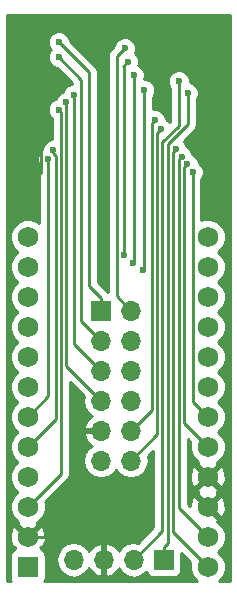
<source format=gbr>
G04 #@! TF.FileFunction,Copper,L2,Bot,Signal*
%FSLAX46Y46*%
G04 Gerber Fmt 4.6, Leading zero omitted, Abs format (unit mm)*
G04 Created by KiCad (PCBNEW 4.0.7) date 05/30/18 17:56:51*
%MOMM*%
%LPD*%
G01*
G04 APERTURE LIST*
%ADD10C,0.100000*%
%ADD11R,1.752600X1.752600*%
%ADD12C,1.752600*%
%ADD13R,1.700000X1.700000*%
%ADD14O,1.700000X1.700000*%
%ADD15C,0.600000*%
%ADD16C,0.250000*%
%ADD17C,0.254000*%
G04 APERTURE END LIST*
D10*
D11*
X140881100Y-117449600D03*
D12*
X140881100Y-114909600D03*
X140881100Y-112369600D03*
X140881100Y-109829600D03*
X140881100Y-107289600D03*
X140881100Y-104749600D03*
X140881100Y-102209600D03*
X140881100Y-99669600D03*
X140881100Y-97129600D03*
X140881100Y-94589600D03*
X140881100Y-92049600D03*
X140881100Y-89509600D03*
X156121100Y-89509600D03*
X156121100Y-92049600D03*
X156121100Y-94589600D03*
X156121100Y-97129600D03*
X156121100Y-99669600D03*
X156121100Y-102209600D03*
X156121100Y-104749600D03*
X156121100Y-107289600D03*
X156121100Y-109829600D03*
X156121100Y-112369600D03*
X156121100Y-114909600D03*
X156121100Y-117449600D03*
D13*
X147066000Y-95758000D03*
D14*
X149606000Y-95758000D03*
X147066000Y-98298000D03*
X149606000Y-98298000D03*
X147066000Y-100838000D03*
X149606000Y-100838000D03*
X147066000Y-103378000D03*
X149606000Y-103378000D03*
X147066000Y-105918000D03*
X149606000Y-105918000D03*
X147066000Y-108458000D03*
X149606000Y-108458000D03*
D13*
X152400000Y-116840000D03*
D14*
X149860000Y-116840000D03*
X147320000Y-116840000D03*
X144780000Y-116840000D03*
D15*
X154432000Y-77343000D03*
X153670000Y-76327000D03*
X141986000Y-72136000D03*
X141605000Y-84455000D03*
X153423537Y-82071207D03*
X152146000Y-80391000D03*
X144780000Y-77470000D03*
X144145000Y-78105000D03*
X143510000Y-78740000D03*
X143011990Y-82169000D03*
X143510000Y-73025000D03*
X142611010Y-82931000D03*
X143510000Y-74295000D03*
X149030021Y-91059000D03*
X149352000Y-74676000D03*
X154832867Y-84009983D03*
X154408449Y-83331832D03*
X153904513Y-82710489D03*
X151638000Y-79629000D03*
X150622008Y-92329000D03*
X150749000Y-77089000D03*
X149770999Y-91689417D03*
X149860000Y-75819000D03*
X149098000Y-73533000D03*
D16*
X152400000Y-116840000D02*
X152400000Y-115740000D01*
X152400000Y-115740000D02*
X152724034Y-115415966D01*
X152724034Y-81681962D02*
X154432000Y-79973996D01*
X152724034Y-115415966D02*
X152724034Y-81681962D01*
X154432000Y-79973996D02*
X154432000Y-77767264D01*
X154432000Y-77767264D02*
X154432000Y-77343000D01*
X149860000Y-116840000D02*
X152274023Y-114425977D01*
X152274023Y-114425977D02*
X152274023Y-81495562D01*
X152274023Y-81495562D02*
X153670000Y-80099585D01*
X153670000Y-80099585D02*
X153670000Y-76751264D01*
X153670000Y-76751264D02*
X153670000Y-76327000D01*
X140881100Y-114909600D02*
X140004801Y-114033301D01*
X140004801Y-114033301D02*
X140004801Y-113969801D01*
X140004801Y-113969801D02*
X139319000Y-113284000D01*
X139319000Y-113284000D02*
X139319000Y-86868000D01*
X139319000Y-86868000D02*
X141605000Y-84582000D01*
X141605000Y-84582000D02*
X141605000Y-84455000D01*
X141605000Y-84455000D02*
X141986000Y-84074000D01*
X141986000Y-84074000D02*
X141986000Y-72136000D01*
X147320000Y-116840000D02*
X147320000Y-115637919D01*
X147320000Y-115637919D02*
X146591681Y-114909600D01*
X146591681Y-114909600D02*
X142120375Y-114909600D01*
X142120375Y-114909600D02*
X140881100Y-114909600D01*
X153174045Y-114502545D02*
X153174045Y-82320699D01*
X156121100Y-117449600D02*
X153174045Y-114502545D01*
X153174045Y-82320699D02*
X153423537Y-82071207D01*
X151846001Y-80690999D02*
X152146000Y-80391000D01*
X149606000Y-108458000D02*
X151824013Y-106239987D01*
X151824013Y-106239987D02*
X151824013Y-80712987D01*
X151824013Y-80712987D02*
X151846001Y-80690999D01*
X147066000Y-100838000D02*
X144780000Y-98552000D01*
X144780000Y-98552000D02*
X144780000Y-97751002D01*
X144780000Y-97751002D02*
X144780000Y-77470000D01*
X144145000Y-78105000D02*
X144145000Y-100457000D01*
X144145000Y-100457000D02*
X147066000Y-103378000D01*
X140881100Y-112369600D02*
X143686023Y-109564677D01*
X143686023Y-109564677D02*
X143686023Y-78916023D01*
X143686023Y-78916023D02*
X143510000Y-78740000D01*
X143011990Y-82406976D02*
X143011990Y-82169000D01*
X143236012Y-82630998D02*
X143011990Y-82406976D01*
X143236012Y-104934688D02*
X143236012Y-82630998D01*
X140881100Y-107289600D02*
X143236012Y-104934688D01*
X147066000Y-95758000D02*
X147066000Y-94658000D01*
X147066000Y-94658000D02*
X146050000Y-93642000D01*
X146050000Y-93642000D02*
X146050000Y-75565000D01*
X146050000Y-75565000D02*
X144780000Y-74295000D01*
X144780000Y-74295000D02*
X143510000Y-73025000D01*
X142611010Y-83355264D02*
X142611010Y-82931000D01*
X142611010Y-103019690D02*
X142611010Y-83355264D01*
X140881100Y-104749600D02*
X142611010Y-103019690D01*
X143510000Y-74295000D02*
X145415000Y-76200000D01*
X145415000Y-76200000D02*
X145415000Y-96647000D01*
X145415000Y-96647000D02*
X146216001Y-97448001D01*
X146216001Y-97448001D02*
X147066000Y-98298000D01*
X149030021Y-90634736D02*
X149030021Y-91059000D01*
X148971000Y-75057000D02*
X149030021Y-75116021D01*
X149030021Y-75116021D02*
X149030021Y-90634736D01*
X149352000Y-74676000D02*
X148971000Y-75057000D01*
X149098000Y-74930000D02*
X148971000Y-75057000D01*
X154832867Y-103461367D02*
X154832867Y-84434247D01*
X156121100Y-104749600D02*
X154832867Y-103461367D01*
X154832867Y-84434247D02*
X154832867Y-84009983D01*
X154120011Y-83620270D02*
X154408449Y-83331832D01*
X156121100Y-107289600D02*
X154120011Y-105288511D01*
X154120011Y-105288511D02*
X154120011Y-83620270D01*
X153660010Y-112448510D02*
X153660010Y-82954992D01*
X153660010Y-82954992D02*
X153904513Y-82710489D01*
X156121100Y-114909600D02*
X153660010Y-112448510D01*
X151374004Y-79892996D02*
X151638000Y-79629000D01*
X149606000Y-105918000D02*
X151374004Y-104149996D01*
X151374004Y-104149996D02*
X151374004Y-79892996D01*
X150749000Y-77089000D02*
X150749000Y-92202008D01*
X150749000Y-92202008D02*
X150622008Y-92329000D01*
X149860000Y-75819000D02*
X149860000Y-91600416D01*
X149860000Y-91600416D02*
X149770999Y-91689417D01*
X148405011Y-94557011D02*
X148405011Y-74225989D01*
X148405011Y-74225989D02*
X148798001Y-73832999D01*
X148798001Y-73832999D02*
X149098000Y-73533000D01*
X149606000Y-95758000D02*
X148405011Y-94557011D01*
D17*
G36*
X158040000Y-118670000D02*
X157037737Y-118670000D01*
X157401571Y-118306800D01*
X157632137Y-117751535D01*
X157632662Y-117150303D01*
X157403065Y-116594636D01*
X156988402Y-116179249D01*
X157401571Y-115766800D01*
X157632137Y-115211535D01*
X157632662Y-114610303D01*
X157403065Y-114054636D01*
X156978300Y-113629129D01*
X156944508Y-113615097D01*
X157004496Y-113432601D01*
X156121100Y-112549205D01*
X156106958Y-112563348D01*
X155927353Y-112383743D01*
X155941495Y-112369600D01*
X156300705Y-112369600D01*
X157184101Y-113252996D01*
X157438127Y-113169496D01*
X157643982Y-112604603D01*
X157617991Y-112003932D01*
X157438127Y-111569704D01*
X157184101Y-111486204D01*
X156300705Y-112369600D01*
X155941495Y-112369600D01*
X155058099Y-111486204D01*
X154804073Y-111569704D01*
X154598218Y-112134597D01*
X154606238Y-112319936D01*
X154420010Y-112133708D01*
X154420010Y-110892601D01*
X155237704Y-110892601D01*
X155305746Y-111099600D01*
X155237704Y-111306599D01*
X156121100Y-112189995D01*
X157004496Y-111306599D01*
X156936454Y-111099600D01*
X157004496Y-110892601D01*
X156121100Y-110009205D01*
X155237704Y-110892601D01*
X154420010Y-110892601D01*
X154420010Y-109594597D01*
X154598218Y-109594597D01*
X154624209Y-110195268D01*
X154804073Y-110629496D01*
X155058099Y-110712996D01*
X155941495Y-109829600D01*
X156300705Y-109829600D01*
X157184101Y-110712996D01*
X157438127Y-110629496D01*
X157643982Y-110064603D01*
X157617991Y-109463932D01*
X157438127Y-109029704D01*
X157184101Y-108946204D01*
X156300705Y-109829600D01*
X155941495Y-109829600D01*
X155058099Y-108946204D01*
X154804073Y-109029704D01*
X154598218Y-109594597D01*
X154420010Y-109594597D01*
X154420010Y-106663312D01*
X154649467Y-106892769D01*
X154610063Y-106987665D01*
X154609538Y-107588897D01*
X154839135Y-108144564D01*
X155263900Y-108570071D01*
X155297692Y-108584103D01*
X155237704Y-108766599D01*
X156121100Y-109649995D01*
X157004496Y-108766599D01*
X156944653Y-108584544D01*
X156976064Y-108571565D01*
X157401571Y-108146800D01*
X157632137Y-107591535D01*
X157632662Y-106990303D01*
X157403065Y-106434636D01*
X156988402Y-106019249D01*
X157401571Y-105606800D01*
X157632137Y-105051535D01*
X157632662Y-104450303D01*
X157403065Y-103894636D01*
X156988402Y-103479249D01*
X157401571Y-103066800D01*
X157632137Y-102511535D01*
X157632662Y-101910303D01*
X157403065Y-101354636D01*
X156988402Y-100939249D01*
X157401571Y-100526800D01*
X157632137Y-99971535D01*
X157632662Y-99370303D01*
X157403065Y-98814636D01*
X156988402Y-98399249D01*
X157401571Y-97986800D01*
X157632137Y-97431535D01*
X157632662Y-96830303D01*
X157403065Y-96274636D01*
X156988402Y-95859249D01*
X157401571Y-95446800D01*
X157632137Y-94891535D01*
X157632662Y-94290303D01*
X157403065Y-93734636D01*
X156988402Y-93319249D01*
X157401571Y-92906800D01*
X157632137Y-92351535D01*
X157632662Y-91750303D01*
X157403065Y-91194636D01*
X156988402Y-90779249D01*
X157401571Y-90366800D01*
X157632137Y-89811535D01*
X157632662Y-89210303D01*
X157403065Y-88654636D01*
X156978300Y-88229129D01*
X156423035Y-87998563D01*
X155821803Y-87998038D01*
X155592867Y-88092632D01*
X155592867Y-84572446D01*
X155625059Y-84540310D01*
X155767705Y-84196782D01*
X155768029Y-83824816D01*
X155625984Y-83481040D01*
X155363194Y-83217791D01*
X155343556Y-83209637D01*
X155343611Y-83146665D01*
X155201566Y-82802889D01*
X154938776Y-82539640D01*
X154826292Y-82492932D01*
X154697630Y-82181546D01*
X154434840Y-81918297D01*
X154358698Y-81886680D01*
X154358699Y-81886040D01*
X154216654Y-81542264D01*
X154077715Y-81403083D01*
X154969401Y-80511397D01*
X155134148Y-80264835D01*
X155192000Y-79973996D01*
X155192000Y-77905463D01*
X155224192Y-77873327D01*
X155366838Y-77529799D01*
X155367162Y-77157833D01*
X155225117Y-76814057D01*
X154962327Y-76550808D01*
X154618799Y-76408162D01*
X154604930Y-76408150D01*
X154605162Y-76141833D01*
X154463117Y-75798057D01*
X154200327Y-75534808D01*
X153856799Y-75392162D01*
X153484833Y-75391838D01*
X153141057Y-75533883D01*
X152877808Y-75796673D01*
X152735162Y-76140201D01*
X152734838Y-76512167D01*
X152876883Y-76855943D01*
X152910000Y-76889118D01*
X152910000Y-79784783D01*
X152885968Y-79808815D01*
X152676327Y-79598808D01*
X152573064Y-79555929D01*
X152573162Y-79443833D01*
X152431117Y-79100057D01*
X152168327Y-78836808D01*
X151824799Y-78694162D01*
X151509000Y-78693887D01*
X151509000Y-77651463D01*
X151541192Y-77619327D01*
X151683838Y-77275799D01*
X151684162Y-76903833D01*
X151542117Y-76560057D01*
X151279327Y-76296808D01*
X150935799Y-76154162D01*
X150733305Y-76153986D01*
X150794838Y-76005799D01*
X150795162Y-75633833D01*
X150653117Y-75290057D01*
X150390327Y-75026808D01*
X150243970Y-74966035D01*
X150286838Y-74862799D01*
X150287162Y-74490833D01*
X150145117Y-74147057D01*
X149940526Y-73942109D01*
X150032838Y-73719799D01*
X150033162Y-73347833D01*
X149891117Y-73004057D01*
X149628327Y-72740808D01*
X149284799Y-72598162D01*
X148912833Y-72597838D01*
X148569057Y-72739883D01*
X148305808Y-73002673D01*
X148163162Y-73346201D01*
X148163121Y-73393077D01*
X147867610Y-73688588D01*
X147702863Y-73935150D01*
X147645011Y-74225989D01*
X147645011Y-94182873D01*
X147603401Y-94120599D01*
X146810000Y-93327198D01*
X146810000Y-75565000D01*
X146752148Y-75274161D01*
X146752148Y-75274160D01*
X146587401Y-75027599D01*
X144445122Y-72885320D01*
X144445162Y-72839833D01*
X144303117Y-72496057D01*
X144040327Y-72232808D01*
X143696799Y-72090162D01*
X143324833Y-72089838D01*
X142981057Y-72231883D01*
X142717808Y-72494673D01*
X142575162Y-72838201D01*
X142574838Y-73210167D01*
X142716883Y-73553943D01*
X142822710Y-73659954D01*
X142717808Y-73764673D01*
X142575162Y-74108201D01*
X142574838Y-74480167D01*
X142716883Y-74823943D01*
X142979673Y-75087192D01*
X143323201Y-75229838D01*
X143370077Y-75229879D01*
X144655000Y-76514802D01*
X144655000Y-76534890D01*
X144594833Y-76534838D01*
X144251057Y-76676883D01*
X143987808Y-76939673D01*
X143878235Y-77203554D01*
X143616057Y-77311883D01*
X143352808Y-77574673D01*
X143243235Y-77838554D01*
X142981057Y-77946883D01*
X142717808Y-78209673D01*
X142575162Y-78553201D01*
X142574838Y-78925167D01*
X142716883Y-79268943D01*
X142926023Y-79478448D01*
X142926023Y-81233924D01*
X142826823Y-81233838D01*
X142483047Y-81375883D01*
X142219798Y-81638673D01*
X142077152Y-81982201D01*
X142077012Y-82142929D01*
X141818818Y-82400673D01*
X141676172Y-82744201D01*
X141675848Y-83116167D01*
X141817893Y-83459943D01*
X141851010Y-83493118D01*
X141851010Y-88342036D01*
X141738300Y-88229129D01*
X141183035Y-87998563D01*
X140581803Y-87998038D01*
X140026136Y-88227635D01*
X139600629Y-88652400D01*
X139370063Y-89207665D01*
X139369538Y-89808897D01*
X139599135Y-90364564D01*
X140013798Y-90779951D01*
X139600629Y-91192400D01*
X139370063Y-91747665D01*
X139369538Y-92348897D01*
X139599135Y-92904564D01*
X140013798Y-93319951D01*
X139600629Y-93732400D01*
X139370063Y-94287665D01*
X139369538Y-94888897D01*
X139599135Y-95444564D01*
X140013798Y-95859951D01*
X139600629Y-96272400D01*
X139370063Y-96827665D01*
X139369538Y-97428897D01*
X139599135Y-97984564D01*
X140013798Y-98399951D01*
X139600629Y-98812400D01*
X139370063Y-99367665D01*
X139369538Y-99968897D01*
X139599135Y-100524564D01*
X140013798Y-100939951D01*
X139600629Y-101352400D01*
X139370063Y-101907665D01*
X139369538Y-102508897D01*
X139599135Y-103064564D01*
X140013798Y-103479951D01*
X139600629Y-103892400D01*
X139370063Y-104447665D01*
X139369538Y-105048897D01*
X139599135Y-105604564D01*
X140013798Y-106019951D01*
X139600629Y-106432400D01*
X139370063Y-106987665D01*
X139369538Y-107588897D01*
X139599135Y-108144564D01*
X140013798Y-108559951D01*
X139600629Y-108972400D01*
X139370063Y-109527665D01*
X139369538Y-110128897D01*
X139599135Y-110684564D01*
X140013798Y-111099951D01*
X139600629Y-111512400D01*
X139370063Y-112067665D01*
X139369538Y-112668897D01*
X139599135Y-113224564D01*
X140023900Y-113650071D01*
X140057692Y-113664103D01*
X139997704Y-113846599D01*
X140881100Y-114729995D01*
X141764496Y-113846599D01*
X141704653Y-113664544D01*
X141736064Y-113651565D01*
X142161571Y-113226800D01*
X142392137Y-112671535D01*
X142392662Y-112070303D01*
X142352470Y-111973032D01*
X144223424Y-110102078D01*
X144388171Y-109855516D01*
X144446023Y-109564677D01*
X144446023Y-101832825D01*
X145624790Y-103011592D01*
X145551907Y-103378000D01*
X145664946Y-103946285D01*
X145986853Y-104428054D01*
X146327553Y-104655702D01*
X146184642Y-104722817D01*
X145794355Y-105151076D01*
X145624524Y-105561110D01*
X145745845Y-105791000D01*
X146939000Y-105791000D01*
X146939000Y-105771000D01*
X147193000Y-105771000D01*
X147193000Y-105791000D01*
X147213000Y-105791000D01*
X147213000Y-106045000D01*
X147193000Y-106045000D01*
X147193000Y-106065000D01*
X146939000Y-106065000D01*
X146939000Y-106045000D01*
X145745845Y-106045000D01*
X145624524Y-106274890D01*
X145794355Y-106684924D01*
X146184642Y-107113183D01*
X146327553Y-107180298D01*
X145986853Y-107407946D01*
X145664946Y-107889715D01*
X145551907Y-108458000D01*
X145664946Y-109026285D01*
X145986853Y-109508054D01*
X146468622Y-109829961D01*
X147036907Y-109943000D01*
X147095093Y-109943000D01*
X147663378Y-109829961D01*
X148145147Y-109508054D01*
X148336000Y-109222422D01*
X148526853Y-109508054D01*
X149008622Y-109829961D01*
X149576907Y-109943000D01*
X149635093Y-109943000D01*
X150203378Y-109829961D01*
X150685147Y-109508054D01*
X151007054Y-109026285D01*
X151120093Y-108458000D01*
X151047210Y-108091592D01*
X151514023Y-107624779D01*
X151514023Y-114111175D01*
X150226408Y-115398790D01*
X149860000Y-115325907D01*
X149291715Y-115438946D01*
X148809946Y-115760853D01*
X148582298Y-116101553D01*
X148515183Y-115958642D01*
X148086924Y-115568355D01*
X147676890Y-115398524D01*
X147447000Y-115519845D01*
X147447000Y-116713000D01*
X147467000Y-116713000D01*
X147467000Y-116967000D01*
X147447000Y-116967000D01*
X147447000Y-118160155D01*
X147676890Y-118281476D01*
X148086924Y-118111645D01*
X148515183Y-117721358D01*
X148582298Y-117578447D01*
X148809946Y-117919147D01*
X149291715Y-118241054D01*
X149860000Y-118354093D01*
X150428285Y-118241054D01*
X150910054Y-117919147D01*
X150937850Y-117877548D01*
X150946838Y-117925317D01*
X151085910Y-118141441D01*
X151298110Y-118286431D01*
X151550000Y-118337440D01*
X153250000Y-118337440D01*
X153485317Y-118293162D01*
X153701441Y-118154090D01*
X153846431Y-117941890D01*
X153897440Y-117690000D01*
X153897440Y-116300742D01*
X154649467Y-117052769D01*
X154610063Y-117147665D01*
X154609538Y-117748897D01*
X154839135Y-118304564D01*
X155203934Y-118670000D01*
X142290827Y-118670000D01*
X142353831Y-118577790D01*
X142404840Y-118325900D01*
X142404840Y-116810907D01*
X143295000Y-116810907D01*
X143295000Y-116869093D01*
X143408039Y-117437378D01*
X143729946Y-117919147D01*
X144211715Y-118241054D01*
X144780000Y-118354093D01*
X145348285Y-118241054D01*
X145830054Y-117919147D01*
X146057702Y-117578447D01*
X146124817Y-117721358D01*
X146553076Y-118111645D01*
X146963110Y-118281476D01*
X147193000Y-118160155D01*
X147193000Y-116967000D01*
X147173000Y-116967000D01*
X147173000Y-116713000D01*
X147193000Y-116713000D01*
X147193000Y-115519845D01*
X146963110Y-115398524D01*
X146553076Y-115568355D01*
X146124817Y-115958642D01*
X146057702Y-116101553D01*
X145830054Y-115760853D01*
X145348285Y-115438946D01*
X144780000Y-115325907D01*
X144211715Y-115438946D01*
X143729946Y-115760853D01*
X143408039Y-116242622D01*
X143295000Y-116810907D01*
X142404840Y-116810907D01*
X142404840Y-116573300D01*
X142360562Y-116337983D01*
X142221490Y-116121859D01*
X142009290Y-115976869D01*
X141992820Y-115973534D01*
X142058731Y-115907623D01*
X141944103Y-115792995D01*
X142198127Y-115709496D01*
X142403982Y-115144603D01*
X142377991Y-114543932D01*
X142198127Y-114109704D01*
X141944101Y-114026204D01*
X141060705Y-114909600D01*
X141074848Y-114923743D01*
X140895243Y-115103348D01*
X140881100Y-115089205D01*
X140866958Y-115103348D01*
X140687353Y-114923743D01*
X140701495Y-114909600D01*
X139818099Y-114026204D01*
X139564073Y-114109704D01*
X139358218Y-114674597D01*
X139384209Y-115275268D01*
X139564073Y-115709496D01*
X139818097Y-115792995D01*
X139703469Y-115907623D01*
X139767354Y-115971508D01*
X139553359Y-116109210D01*
X139408369Y-116321410D01*
X139357360Y-116573300D01*
X139357360Y-118325900D01*
X139401638Y-118561217D01*
X139471638Y-118670000D01*
X139140000Y-118670000D01*
X139140000Y-70739000D01*
X158040000Y-70739000D01*
X158040000Y-118670000D01*
X158040000Y-118670000D01*
G37*
X158040000Y-118670000D02*
X157037737Y-118670000D01*
X157401571Y-118306800D01*
X157632137Y-117751535D01*
X157632662Y-117150303D01*
X157403065Y-116594636D01*
X156988402Y-116179249D01*
X157401571Y-115766800D01*
X157632137Y-115211535D01*
X157632662Y-114610303D01*
X157403065Y-114054636D01*
X156978300Y-113629129D01*
X156944508Y-113615097D01*
X157004496Y-113432601D01*
X156121100Y-112549205D01*
X156106958Y-112563348D01*
X155927353Y-112383743D01*
X155941495Y-112369600D01*
X156300705Y-112369600D01*
X157184101Y-113252996D01*
X157438127Y-113169496D01*
X157643982Y-112604603D01*
X157617991Y-112003932D01*
X157438127Y-111569704D01*
X157184101Y-111486204D01*
X156300705Y-112369600D01*
X155941495Y-112369600D01*
X155058099Y-111486204D01*
X154804073Y-111569704D01*
X154598218Y-112134597D01*
X154606238Y-112319936D01*
X154420010Y-112133708D01*
X154420010Y-110892601D01*
X155237704Y-110892601D01*
X155305746Y-111099600D01*
X155237704Y-111306599D01*
X156121100Y-112189995D01*
X157004496Y-111306599D01*
X156936454Y-111099600D01*
X157004496Y-110892601D01*
X156121100Y-110009205D01*
X155237704Y-110892601D01*
X154420010Y-110892601D01*
X154420010Y-109594597D01*
X154598218Y-109594597D01*
X154624209Y-110195268D01*
X154804073Y-110629496D01*
X155058099Y-110712996D01*
X155941495Y-109829600D01*
X156300705Y-109829600D01*
X157184101Y-110712996D01*
X157438127Y-110629496D01*
X157643982Y-110064603D01*
X157617991Y-109463932D01*
X157438127Y-109029704D01*
X157184101Y-108946204D01*
X156300705Y-109829600D01*
X155941495Y-109829600D01*
X155058099Y-108946204D01*
X154804073Y-109029704D01*
X154598218Y-109594597D01*
X154420010Y-109594597D01*
X154420010Y-106663312D01*
X154649467Y-106892769D01*
X154610063Y-106987665D01*
X154609538Y-107588897D01*
X154839135Y-108144564D01*
X155263900Y-108570071D01*
X155297692Y-108584103D01*
X155237704Y-108766599D01*
X156121100Y-109649995D01*
X157004496Y-108766599D01*
X156944653Y-108584544D01*
X156976064Y-108571565D01*
X157401571Y-108146800D01*
X157632137Y-107591535D01*
X157632662Y-106990303D01*
X157403065Y-106434636D01*
X156988402Y-106019249D01*
X157401571Y-105606800D01*
X157632137Y-105051535D01*
X157632662Y-104450303D01*
X157403065Y-103894636D01*
X156988402Y-103479249D01*
X157401571Y-103066800D01*
X157632137Y-102511535D01*
X157632662Y-101910303D01*
X157403065Y-101354636D01*
X156988402Y-100939249D01*
X157401571Y-100526800D01*
X157632137Y-99971535D01*
X157632662Y-99370303D01*
X157403065Y-98814636D01*
X156988402Y-98399249D01*
X157401571Y-97986800D01*
X157632137Y-97431535D01*
X157632662Y-96830303D01*
X157403065Y-96274636D01*
X156988402Y-95859249D01*
X157401571Y-95446800D01*
X157632137Y-94891535D01*
X157632662Y-94290303D01*
X157403065Y-93734636D01*
X156988402Y-93319249D01*
X157401571Y-92906800D01*
X157632137Y-92351535D01*
X157632662Y-91750303D01*
X157403065Y-91194636D01*
X156988402Y-90779249D01*
X157401571Y-90366800D01*
X157632137Y-89811535D01*
X157632662Y-89210303D01*
X157403065Y-88654636D01*
X156978300Y-88229129D01*
X156423035Y-87998563D01*
X155821803Y-87998038D01*
X155592867Y-88092632D01*
X155592867Y-84572446D01*
X155625059Y-84540310D01*
X155767705Y-84196782D01*
X155768029Y-83824816D01*
X155625984Y-83481040D01*
X155363194Y-83217791D01*
X155343556Y-83209637D01*
X155343611Y-83146665D01*
X155201566Y-82802889D01*
X154938776Y-82539640D01*
X154826292Y-82492932D01*
X154697630Y-82181546D01*
X154434840Y-81918297D01*
X154358698Y-81886680D01*
X154358699Y-81886040D01*
X154216654Y-81542264D01*
X154077715Y-81403083D01*
X154969401Y-80511397D01*
X155134148Y-80264835D01*
X155192000Y-79973996D01*
X155192000Y-77905463D01*
X155224192Y-77873327D01*
X155366838Y-77529799D01*
X155367162Y-77157833D01*
X155225117Y-76814057D01*
X154962327Y-76550808D01*
X154618799Y-76408162D01*
X154604930Y-76408150D01*
X154605162Y-76141833D01*
X154463117Y-75798057D01*
X154200327Y-75534808D01*
X153856799Y-75392162D01*
X153484833Y-75391838D01*
X153141057Y-75533883D01*
X152877808Y-75796673D01*
X152735162Y-76140201D01*
X152734838Y-76512167D01*
X152876883Y-76855943D01*
X152910000Y-76889118D01*
X152910000Y-79784783D01*
X152885968Y-79808815D01*
X152676327Y-79598808D01*
X152573064Y-79555929D01*
X152573162Y-79443833D01*
X152431117Y-79100057D01*
X152168327Y-78836808D01*
X151824799Y-78694162D01*
X151509000Y-78693887D01*
X151509000Y-77651463D01*
X151541192Y-77619327D01*
X151683838Y-77275799D01*
X151684162Y-76903833D01*
X151542117Y-76560057D01*
X151279327Y-76296808D01*
X150935799Y-76154162D01*
X150733305Y-76153986D01*
X150794838Y-76005799D01*
X150795162Y-75633833D01*
X150653117Y-75290057D01*
X150390327Y-75026808D01*
X150243970Y-74966035D01*
X150286838Y-74862799D01*
X150287162Y-74490833D01*
X150145117Y-74147057D01*
X149940526Y-73942109D01*
X150032838Y-73719799D01*
X150033162Y-73347833D01*
X149891117Y-73004057D01*
X149628327Y-72740808D01*
X149284799Y-72598162D01*
X148912833Y-72597838D01*
X148569057Y-72739883D01*
X148305808Y-73002673D01*
X148163162Y-73346201D01*
X148163121Y-73393077D01*
X147867610Y-73688588D01*
X147702863Y-73935150D01*
X147645011Y-74225989D01*
X147645011Y-94182873D01*
X147603401Y-94120599D01*
X146810000Y-93327198D01*
X146810000Y-75565000D01*
X146752148Y-75274161D01*
X146752148Y-75274160D01*
X146587401Y-75027599D01*
X144445122Y-72885320D01*
X144445162Y-72839833D01*
X144303117Y-72496057D01*
X144040327Y-72232808D01*
X143696799Y-72090162D01*
X143324833Y-72089838D01*
X142981057Y-72231883D01*
X142717808Y-72494673D01*
X142575162Y-72838201D01*
X142574838Y-73210167D01*
X142716883Y-73553943D01*
X142822710Y-73659954D01*
X142717808Y-73764673D01*
X142575162Y-74108201D01*
X142574838Y-74480167D01*
X142716883Y-74823943D01*
X142979673Y-75087192D01*
X143323201Y-75229838D01*
X143370077Y-75229879D01*
X144655000Y-76514802D01*
X144655000Y-76534890D01*
X144594833Y-76534838D01*
X144251057Y-76676883D01*
X143987808Y-76939673D01*
X143878235Y-77203554D01*
X143616057Y-77311883D01*
X143352808Y-77574673D01*
X143243235Y-77838554D01*
X142981057Y-77946883D01*
X142717808Y-78209673D01*
X142575162Y-78553201D01*
X142574838Y-78925167D01*
X142716883Y-79268943D01*
X142926023Y-79478448D01*
X142926023Y-81233924D01*
X142826823Y-81233838D01*
X142483047Y-81375883D01*
X142219798Y-81638673D01*
X142077152Y-81982201D01*
X142077012Y-82142929D01*
X141818818Y-82400673D01*
X141676172Y-82744201D01*
X141675848Y-83116167D01*
X141817893Y-83459943D01*
X141851010Y-83493118D01*
X141851010Y-88342036D01*
X141738300Y-88229129D01*
X141183035Y-87998563D01*
X140581803Y-87998038D01*
X140026136Y-88227635D01*
X139600629Y-88652400D01*
X139370063Y-89207665D01*
X139369538Y-89808897D01*
X139599135Y-90364564D01*
X140013798Y-90779951D01*
X139600629Y-91192400D01*
X139370063Y-91747665D01*
X139369538Y-92348897D01*
X139599135Y-92904564D01*
X140013798Y-93319951D01*
X139600629Y-93732400D01*
X139370063Y-94287665D01*
X139369538Y-94888897D01*
X139599135Y-95444564D01*
X140013798Y-95859951D01*
X139600629Y-96272400D01*
X139370063Y-96827665D01*
X139369538Y-97428897D01*
X139599135Y-97984564D01*
X140013798Y-98399951D01*
X139600629Y-98812400D01*
X139370063Y-99367665D01*
X139369538Y-99968897D01*
X139599135Y-100524564D01*
X140013798Y-100939951D01*
X139600629Y-101352400D01*
X139370063Y-101907665D01*
X139369538Y-102508897D01*
X139599135Y-103064564D01*
X140013798Y-103479951D01*
X139600629Y-103892400D01*
X139370063Y-104447665D01*
X139369538Y-105048897D01*
X139599135Y-105604564D01*
X140013798Y-106019951D01*
X139600629Y-106432400D01*
X139370063Y-106987665D01*
X139369538Y-107588897D01*
X139599135Y-108144564D01*
X140013798Y-108559951D01*
X139600629Y-108972400D01*
X139370063Y-109527665D01*
X139369538Y-110128897D01*
X139599135Y-110684564D01*
X140013798Y-111099951D01*
X139600629Y-111512400D01*
X139370063Y-112067665D01*
X139369538Y-112668897D01*
X139599135Y-113224564D01*
X140023900Y-113650071D01*
X140057692Y-113664103D01*
X139997704Y-113846599D01*
X140881100Y-114729995D01*
X141764496Y-113846599D01*
X141704653Y-113664544D01*
X141736064Y-113651565D01*
X142161571Y-113226800D01*
X142392137Y-112671535D01*
X142392662Y-112070303D01*
X142352470Y-111973032D01*
X144223424Y-110102078D01*
X144388171Y-109855516D01*
X144446023Y-109564677D01*
X144446023Y-101832825D01*
X145624790Y-103011592D01*
X145551907Y-103378000D01*
X145664946Y-103946285D01*
X145986853Y-104428054D01*
X146327553Y-104655702D01*
X146184642Y-104722817D01*
X145794355Y-105151076D01*
X145624524Y-105561110D01*
X145745845Y-105791000D01*
X146939000Y-105791000D01*
X146939000Y-105771000D01*
X147193000Y-105771000D01*
X147193000Y-105791000D01*
X147213000Y-105791000D01*
X147213000Y-106045000D01*
X147193000Y-106045000D01*
X147193000Y-106065000D01*
X146939000Y-106065000D01*
X146939000Y-106045000D01*
X145745845Y-106045000D01*
X145624524Y-106274890D01*
X145794355Y-106684924D01*
X146184642Y-107113183D01*
X146327553Y-107180298D01*
X145986853Y-107407946D01*
X145664946Y-107889715D01*
X145551907Y-108458000D01*
X145664946Y-109026285D01*
X145986853Y-109508054D01*
X146468622Y-109829961D01*
X147036907Y-109943000D01*
X147095093Y-109943000D01*
X147663378Y-109829961D01*
X148145147Y-109508054D01*
X148336000Y-109222422D01*
X148526853Y-109508054D01*
X149008622Y-109829961D01*
X149576907Y-109943000D01*
X149635093Y-109943000D01*
X150203378Y-109829961D01*
X150685147Y-109508054D01*
X151007054Y-109026285D01*
X151120093Y-108458000D01*
X151047210Y-108091592D01*
X151514023Y-107624779D01*
X151514023Y-114111175D01*
X150226408Y-115398790D01*
X149860000Y-115325907D01*
X149291715Y-115438946D01*
X148809946Y-115760853D01*
X148582298Y-116101553D01*
X148515183Y-115958642D01*
X148086924Y-115568355D01*
X147676890Y-115398524D01*
X147447000Y-115519845D01*
X147447000Y-116713000D01*
X147467000Y-116713000D01*
X147467000Y-116967000D01*
X147447000Y-116967000D01*
X147447000Y-118160155D01*
X147676890Y-118281476D01*
X148086924Y-118111645D01*
X148515183Y-117721358D01*
X148582298Y-117578447D01*
X148809946Y-117919147D01*
X149291715Y-118241054D01*
X149860000Y-118354093D01*
X150428285Y-118241054D01*
X150910054Y-117919147D01*
X150937850Y-117877548D01*
X150946838Y-117925317D01*
X151085910Y-118141441D01*
X151298110Y-118286431D01*
X151550000Y-118337440D01*
X153250000Y-118337440D01*
X153485317Y-118293162D01*
X153701441Y-118154090D01*
X153846431Y-117941890D01*
X153897440Y-117690000D01*
X153897440Y-116300742D01*
X154649467Y-117052769D01*
X154610063Y-117147665D01*
X154609538Y-117748897D01*
X154839135Y-118304564D01*
X155203934Y-118670000D01*
X142290827Y-118670000D01*
X142353831Y-118577790D01*
X142404840Y-118325900D01*
X142404840Y-116810907D01*
X143295000Y-116810907D01*
X143295000Y-116869093D01*
X143408039Y-117437378D01*
X143729946Y-117919147D01*
X144211715Y-118241054D01*
X144780000Y-118354093D01*
X145348285Y-118241054D01*
X145830054Y-117919147D01*
X146057702Y-117578447D01*
X146124817Y-117721358D01*
X146553076Y-118111645D01*
X146963110Y-118281476D01*
X147193000Y-118160155D01*
X147193000Y-116967000D01*
X147173000Y-116967000D01*
X147173000Y-116713000D01*
X147193000Y-116713000D01*
X147193000Y-115519845D01*
X146963110Y-115398524D01*
X146553076Y-115568355D01*
X146124817Y-115958642D01*
X146057702Y-116101553D01*
X145830054Y-115760853D01*
X145348285Y-115438946D01*
X144780000Y-115325907D01*
X144211715Y-115438946D01*
X143729946Y-115760853D01*
X143408039Y-116242622D01*
X143295000Y-116810907D01*
X142404840Y-116810907D01*
X142404840Y-116573300D01*
X142360562Y-116337983D01*
X142221490Y-116121859D01*
X142009290Y-115976869D01*
X141992820Y-115973534D01*
X142058731Y-115907623D01*
X141944103Y-115792995D01*
X142198127Y-115709496D01*
X142403982Y-115144603D01*
X142377991Y-114543932D01*
X142198127Y-114109704D01*
X141944101Y-114026204D01*
X141060705Y-114909600D01*
X141074848Y-114923743D01*
X140895243Y-115103348D01*
X140881100Y-115089205D01*
X140866958Y-115103348D01*
X140687353Y-114923743D01*
X140701495Y-114909600D01*
X139818099Y-114026204D01*
X139564073Y-114109704D01*
X139358218Y-114674597D01*
X139384209Y-115275268D01*
X139564073Y-115709496D01*
X139818097Y-115792995D01*
X139703469Y-115907623D01*
X139767354Y-115971508D01*
X139553359Y-116109210D01*
X139408369Y-116321410D01*
X139357360Y-116573300D01*
X139357360Y-118325900D01*
X139401638Y-118561217D01*
X139471638Y-118670000D01*
X139140000Y-118670000D01*
X139140000Y-70739000D01*
X158040000Y-70739000D01*
X158040000Y-118670000D01*
M02*

</source>
